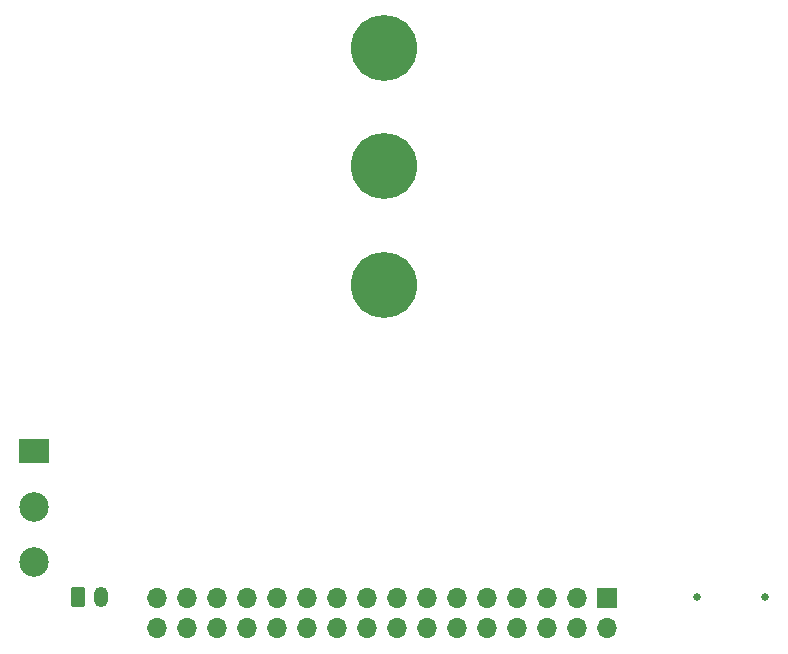
<source format=gbr>
%TF.GenerationSoftware,KiCad,Pcbnew,7.0.1*%
%TF.CreationDate,2025-03-28T09:55:01+02:00*%
%TF.ProjectId,EEE3088F_MM_Power_Project,45454533-3038-4384-965f-4d4d5f506f77,rev?*%
%TF.SameCoordinates,Original*%
%TF.FileFunction,Soldermask,Bot*%
%TF.FilePolarity,Negative*%
%FSLAX46Y46*%
G04 Gerber Fmt 4.6, Leading zero omitted, Abs format (unit mm)*
G04 Created by KiCad (PCBNEW 7.0.1) date 2025-03-28 09:55:01*
%MOMM*%
%LPD*%
G01*
G04 APERTURE LIST*
G04 Aperture macros list*
%AMRoundRect*
0 Rectangle with rounded corners*
0 $1 Rounding radius*
0 $2 $3 $4 $5 $6 $7 $8 $9 X,Y pos of 4 corners*
0 Add a 4 corners polygon primitive as box body*
4,1,4,$2,$3,$4,$5,$6,$7,$8,$9,$2,$3,0*
0 Add four circle primitives for the rounded corners*
1,1,$1+$1,$2,$3*
1,1,$1+$1,$4,$5*
1,1,$1+$1,$6,$7*
1,1,$1+$1,$8,$9*
0 Add four rect primitives between the rounded corners*
20,1,$1+$1,$2,$3,$4,$5,0*
20,1,$1+$1,$4,$5,$6,$7,0*
20,1,$1+$1,$6,$7,$8,$9,0*
20,1,$1+$1,$8,$9,$2,$3,0*%
G04 Aperture macros list end*
%ADD10RoundRect,0.250000X-0.350000X-0.625000X0.350000X-0.625000X0.350000X0.625000X-0.350000X0.625000X0*%
%ADD11O,1.200000X1.750000*%
%ADD12R,1.700000X1.700000*%
%ADD13O,1.700000X1.700000*%
%ADD14C,0.649987*%
%ADD15C,5.600000*%
%ADD16R,2.500000X2.100000*%
%ADD17C,2.500000*%
G04 APERTURE END LIST*
D10*
%TO.C,J1*%
X113722400Y-146151600D03*
D11*
X115722400Y-146151600D03*
%TD*%
D12*
%TO.C,J2*%
X158572200Y-146227800D03*
D13*
X158572200Y-148767800D03*
X156032200Y-146227800D03*
X156032200Y-148767800D03*
X153492200Y-146227800D03*
X153492200Y-148767800D03*
X150952200Y-146227800D03*
X150952200Y-148767800D03*
X148412200Y-146227800D03*
X148412200Y-148767800D03*
X145872200Y-146227800D03*
X145872200Y-148767800D03*
X143332200Y-146227800D03*
X143332200Y-148767800D03*
X140792200Y-146227800D03*
X140792200Y-148767800D03*
X138252200Y-146227800D03*
X138252200Y-148767800D03*
X135712200Y-146227800D03*
X135712200Y-148767800D03*
X133172200Y-146227800D03*
X133172200Y-148767800D03*
X130632200Y-146227800D03*
X130632200Y-148767800D03*
X128092200Y-146227800D03*
X128092200Y-148767800D03*
X125552200Y-146227800D03*
X125552200Y-148767800D03*
X123012200Y-146227800D03*
X123012200Y-148767800D03*
X120472200Y-146227800D03*
X120472200Y-148767800D03*
%TD*%
D14*
%TO.C,U7*%
X166174918Y-146108677D03*
X171954954Y-146108677D03*
%TD*%
D15*
%TO.C,H1*%
X139649200Y-119659099D03*
%TD*%
%TO.C,H3*%
X139649200Y-109659099D03*
%TD*%
%TO.C,H2*%
X139649200Y-99659099D03*
%TD*%
D16*
%TO.C,U11*%
X109982000Y-133780775D03*
D17*
X109982000Y-138480800D03*
X109982000Y-143180825D03*
%TD*%
M02*

</source>
